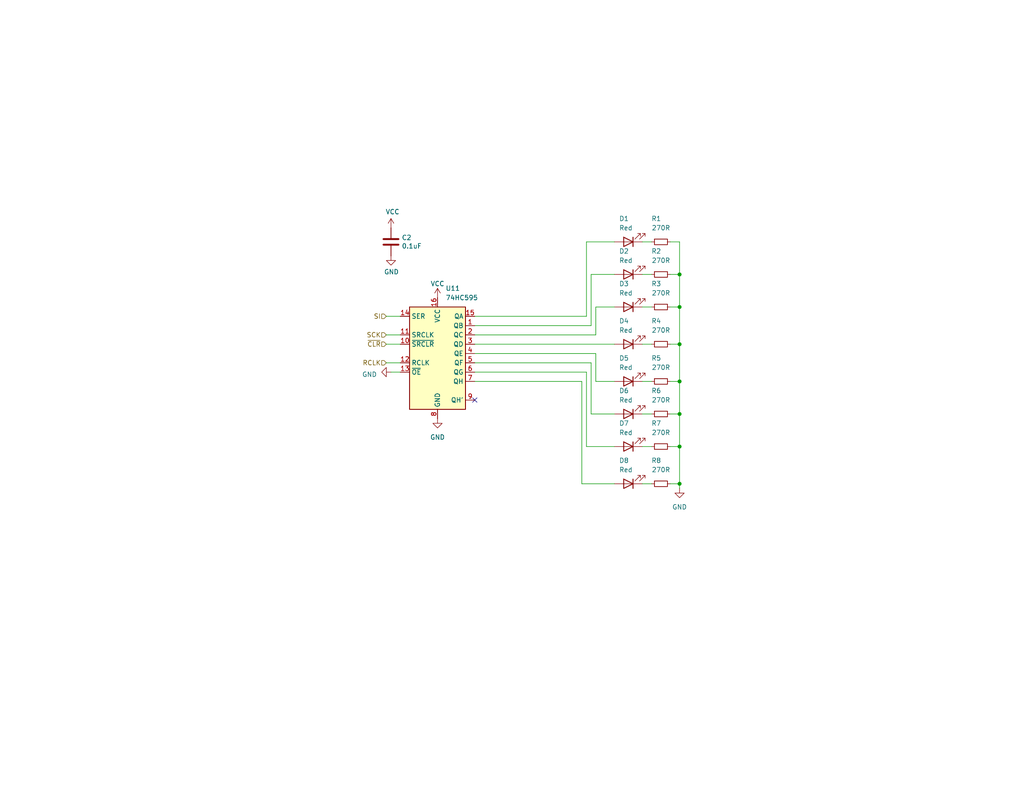
<source format=kicad_sch>
(kicad_sch (version 20230121) (generator eeschema)
  (paper "USLetter")
  (title_block (date "2023-11-27") (rev "A"))
  (lib_symbols
    (symbol "Device:C" (pin_numbers hide) (pin_names (offset 0.254))
      (property "Reference" "C" (at 0.635 2.54 0))
      (property "Value" "C" (at 0.635 -2.54 0))
      (symbol "C_0_1"
        (polyline (pts (xy -2.032 -0.762) (xy 2.032 -0.762)) (stroke (width 0.508)))
        (polyline (pts (xy -2.032 0.762) (xy 2.032 0.762)) (stroke (width 0.508)))
      )
      (symbol "C_1_1"
        (pin passive line (at 0 3.81 270) (length 2.794) (name "~") (number "1"))
        (pin passive line (at 0 -3.81 90) (length 2.794) (name "~") (number "2"))
      )
    )
    (symbol "Device:LED" (pin_numbers hide) (pin_names (offset 1.016) hide)
      (property "Reference" "D" (at 0 2.54 0))
      (property "Value" "LED" (at 0 -2.54 0))
      (symbol "LED_0_1"
        (polyline (pts (xy -1.27 -1.27) (xy -1.27 1.27)) (stroke (width 0.254)))
        (polyline (pts (xy -1.27 0) (xy 1.27 0)))
        (polyline (pts (xy 1.27 -1.27) (xy 1.27 1.27) (xy -1.27 0) (xy 1.27 -1.27)) (stroke (width 0.254)))
        (polyline (pts (xy -3.048 -0.762) (xy -4.572 -2.286) (xy -3.81 -2.286) (xy -4.572 -2.286) (xy -4.572 -1.524)))
        (polyline (pts (xy -1.778 -0.762) (xy -3.302 -2.286) (xy -2.54 -2.286) (xy -3.302 -2.286) (xy -3.302 -1.524)))
      )
      (symbol "LED_1_1"
        (pin passive line (at -3.81 0 0) (length 2.54) (name "K") (number "1"))
        (pin passive line (at 3.81 0 180) (length 2.54) (name "A") (number "2"))
      )
    )
    (symbol "Device:R_Small" (pin_numbers hide) (pin_names (offset 0.254) hide)
      (property "Reference" "R" (at 0.762 0.508 0))
      (property "Value" "R_Small" (at 0.762 -1.016 0))
      (symbol "R_Small_0_1"
        (rectangle (start -0.762 1.778) (end 0.762 -1.778) (stroke (width 0.2032)))
      )
      (symbol "R_Small_1_1"
        (pin passive line (at 0 2.54 270) (length 0.762) (name "~") (number "1"))
        (pin passive line (at 0 -2.54 90) (length 0.762) (name "~") (number "2"))
      )
    )
    (symbol "Turtle16:74HC595"
      (property "Reference" "U" (at -7.62 13.97 0))
      (property "Value" "74HC595" (at -7.62 -16.51 0))
      (symbol "74HC595_1_0"
        (pin tri_state line (at 10.16 7.62 180) (length 2.54) (name "QB") (number "1"))
        (pin input line (at -10.16 2.54 0) (length 2.54) (name "~{SRCLR}") (number "10"))
        (pin input line (at -10.16 5.08 0) (length 2.54) (name "SRCLK") (number "11"))
        (pin input line (at -10.16 -2.54 0) (length 2.54) (name "RCLK") (number "12"))
        (pin input line (at -10.16 -5.08 0) (length 2.54) (name "~{OE}") (number "13"))
        (pin input line (at -10.16 10.16 0) (length 2.54) (name "SER") (number "14"))
        (pin tri_state line (at 10.16 10.16 180) (length 2.54) (name "QA") (number "15"))
        (pin power_in line (at 0 15.24 270) (length 2.54) (name "VCC") (number "16"))
        (pin tri_state line (at 10.16 5.08 180) (length 2.54) (name "QC") (number "2"))
        (pin tri_state line (at 10.16 2.54 180) (length 2.54) (name "QD") (number "3"))
        (pin tri_state line (at 10.16 0 180) (length 2.54) (name "QE") (number "4"))
        (pin tri_state line (at 10.16 -2.54 180) (length 2.54) (name "QF") (number "5"))
        (pin tri_state line (at 10.16 -5.08 180) (length 2.54) (name "QG") (number "6"))
        (pin tri_state line (at 10.16 -7.62 180) (length 2.54) (name "QH") (number "7"))
        (pin power_in line (at 0 -17.78 90) (length 2.54) (name "GND") (number "8"))
        (pin output line (at 10.16 -12.7 180) (length 2.54) (name "QH'") (number "9"))
      )
      (symbol "74HC595_1_1"
        (rectangle (start -7.62 12.7) (end 7.62 -15.24) (stroke (width 0.254)) (fill (type background)))
      )
    )
    (symbol "power:GND" (power) (pin_names (offset 0))
      (property "Value" "GND" (at 0 -3.81 0))
      (symbol "GND_0_1"
        (polyline (pts (xy 0 0) (xy 0 -1.27) (xy 1.27 -1.27) (xy 0 -2.54) (xy -1.27 -1.27) (xy 0 -1.27)))
      )
      (symbol "GND_1_1"
        (pin power_in line (at 0 0 270) (length 0) hide (name "GND") (number "1"))
      )
    )
    (symbol "power:VCC" (power) (pin_names (offset 0))
      (property "Value" "VCC" (at 0 3.81 0))
      (symbol "VCC_0_1"
        (polyline (pts (xy -0.762 1.27) (xy 0 2.54)))
        (polyline (pts (xy 0 0) (xy 0 2.54)))
        (polyline (pts (xy 0 2.54) (xy 0.762 1.27)))
      )
      (symbol "VCC_1_1"
        (pin power_in line (at 0 0 90) (length 0) hide (name "VCC") (number "1"))
      )
    )
  )
  (junction (at 185.42 113.03))
  (junction (at 185.42 74.93))
  (junction (at 185.42 121.92))
  (junction (at 185.42 93.98))
  (junction (at 185.42 104.14))
  (junction (at 185.42 83.82))
  (junction (at 185.42 132.08))
  (no_connect (at 129.54 109.22))
  (wire (pts (xy 160.02 66.04) (xy 160.02 86.36)))
  (wire (pts (xy 185.42 83.82) (xy 185.42 93.98)))
  (wire (pts (xy 105.41 91.44) (xy 109.22 91.44)))
  (wire (pts (xy 182.88 113.03) (xy 185.42 113.03)))
  (wire (pts (xy 185.42 113.03) (xy 185.42 121.92)))
  (wire (pts (xy 185.42 104.14) (xy 185.42 113.03)))
  (wire (pts (xy 175.26 93.98) (xy 177.8 93.98)))
  (wire (pts (xy 161.29 113.03) (xy 167.64 113.03)))
  (wire (pts (xy 162.56 96.52) (xy 162.56 104.14)))
  (wire (pts (xy 175.26 104.14) (xy 177.8 104.14)))
  (wire (pts (xy 161.29 99.06) (xy 161.29 113.03)))
  (wire (pts (xy 182.88 66.04) (xy 185.42 66.04)))
  (wire (pts (xy 158.75 132.08) (xy 167.64 132.08)))
  (wire (pts (xy 160.02 66.04) (xy 167.64 66.04)))
  (wire (pts (xy 106.68 101.6) (xy 109.22 101.6)))
  (wire (pts (xy 160.02 86.36) (xy 129.54 86.36)))
  (wire (pts (xy 129.54 99.06) (xy 161.29 99.06)))
  (wire (pts (xy 105.41 86.36) (xy 109.22 86.36)))
  (wire (pts (xy 160.02 121.92) (xy 167.64 121.92)))
  (wire (pts (xy 185.42 66.04) (xy 185.42 74.93)))
  (wire (pts (xy 182.88 132.08) (xy 185.42 132.08)))
  (wire (pts (xy 105.41 93.98) (xy 109.22 93.98)))
  (wire (pts (xy 167.64 74.93) (xy 161.29 74.93)))
  (wire (pts (xy 129.54 101.6) (xy 160.02 101.6)))
  (wire (pts (xy 185.42 93.98) (xy 185.42 104.14)))
  (wire (pts (xy 175.26 121.92) (xy 177.8 121.92)))
  (wire (pts (xy 160.02 101.6) (xy 160.02 121.92)))
  (wire (pts (xy 105.41 99.06) (xy 109.22 99.06)))
  (wire (pts (xy 167.64 83.82) (xy 162.56 83.82)))
  (wire (pts (xy 175.26 113.03) (xy 177.8 113.03)))
  (wire (pts (xy 175.26 132.08) (xy 177.8 132.08)))
  (wire (pts (xy 162.56 104.14) (xy 167.64 104.14)))
  (wire (pts (xy 182.88 83.82) (xy 185.42 83.82)))
  (wire (pts (xy 129.54 88.9) (xy 161.29 88.9)))
  (wire (pts (xy 185.42 74.93) (xy 185.42 83.82)))
  (wire (pts (xy 129.54 93.98) (xy 167.64 93.98)))
  (wire (pts (xy 182.88 74.93) (xy 185.42 74.93)))
  (wire (pts (xy 129.54 91.44) (xy 162.56 91.44)))
  (wire (pts (xy 129.54 104.14) (xy 158.75 104.14)))
  (wire (pts (xy 175.26 74.93) (xy 177.8 74.93)))
  (wire (pts (xy 158.75 104.14) (xy 158.75 132.08)))
  (wire (pts (xy 185.42 121.92) (xy 185.42 132.08)))
  (wire (pts (xy 162.56 91.44) (xy 162.56 83.82)))
  (wire (pts (xy 129.54 96.52) (xy 162.56 96.52)))
  (wire (pts (xy 182.88 104.14) (xy 185.42 104.14)))
  (wire (pts (xy 175.26 66.04) (xy 177.8 66.04)))
  (wire (pts (xy 161.29 74.93) (xy 161.29 88.9)))
  (wire (pts (xy 182.88 93.98) (xy 185.42 93.98)))
  (wire (pts (xy 175.26 83.82) (xy 177.8 83.82)))
  (wire (pts (xy 182.88 121.92) (xy 185.42 121.92)))
  (wire (pts (xy 185.42 132.08) (xy 185.42 133.35)))
  (hierarchical_label "~{CLR}" (shape input) (at 105.41 93.98 180))
  (hierarchical_label "SCK" (shape input) (at 105.41 91.44 180))
  (hierarchical_label "SI" (shape input) (at 105.41 86.36 180))
  (hierarchical_label "RCLK" (shape input) (at 105.41 99.06 180))
  (symbol (lib_id "Device:LED") (at 171.45 132.08 180) (unit 1)
    (property "Reference" "D8" (at 168.91 125.73 0) (effects (justify right)))
    (property "Value" "Red" (at 168.91 128.27 0) (effects (justify right)))
    (property "Footprint" "LED_SMD:LED_0805_2012Metric" (effects hide))
    (property "Datasheet" "https://www.mouser.com/datasheet/2/216/ap2012serieskb-1173158.pdf" (effects hide))
    (property "Manufacturer" "Kingbright" (effects hide))
    (property "Manufacturer#" "AP2012ID" (effects hide))
    (property "Mouser#" "604-AP2012ID" (effects hide))
    (property "Digikey#" "754-AP2012ECCT-ND" (effects hide))
  )
  (symbol (lib_id "Device:R_Small") (at 180.34 132.08 90) (unit 1)
    (property "Reference" "R8" (at 179.07 125.73 90))
    (property "Value" "270R" (at 180.34 128.27 90))
    (property "Footprint" "Resistor_SMD:R_0603_1608Metric" (effects hide))
    (property "Datasheet" "https://www.mouser.com/datasheet/2/54/cr-1858361.pdf" (effects hide))
    (property "Manufacturer" "Bourns" (effects hide))
    (property "Manufacturer#" "CR0603-FX-2700ELF" (effects hide))
    (property "Mouser#" "652-CR0603FX-2700ELF" (effects hide))
    (property "Digikey#" "CR0603-FX-2700ELFCT-ND" (effects hide))
  )
  (symbol (lib_id "Device:LED") (at 171.45 113.03 180) (unit 1)
    (property "Reference" "D6" (at 168.91 106.68 0) (effects (justify right)))
    (property "Value" "Red" (at 168.91 109.22 0) (effects (justify right)))
    (property "Footprint" "LED_SMD:LED_0805_2012Metric" (effects hide))
    (property "Datasheet" "https://www.mouser.com/datasheet/2/216/ap2012serieskb-1173158.pdf" (effects hide))
    (property "Manufacturer" "Kingbright" (effects hide))
    (property "Manufacturer#" "AP2012ID" (effects hide))
    (property "Mouser#" "604-AP2012ID" (effects hide))
    (property "Digikey#" "754-AP2012ECCT-ND" (effects hide))
  )
  (symbol (lib_id "power:GND") (at 185.42 133.35 0) (unit 1)
    (property "Reference" "#PWR015" (effects hide))
    (property "Value" "GND" (at 185.42 138.43 0))
  )
  (symbol (lib_id "Device:R_Small") (at 180.34 74.93 90) (unit 1)
    (property "Reference" "R2" (at 179.07 68.58 90))
    (property "Value" "270R" (at 180.34 71.12 90))
    (property "Footprint" "Resistor_SMD:R_0603_1608Metric" (effects hide))
    (property "Datasheet" "https://www.mouser.com/datasheet/2/54/cr-1858361.pdf" (effects hide))
    (property "Manufacturer" "Bourns" (effects hide))
    (property "Manufacturer#" "CR0603-FX-2700ELF" (effects hide))
    (property "Mouser#" "652-CR0603FX-2700ELF" (effects hide))
    (property "Digikey#" "CR0603-FX-2700ELFCT-ND" (effects hide))
  )
  (symbol (lib_id "power:VCC") (at 106.68 62.23 0) (unit 1)
    (property "Reference" "#PWR010" (effects hide))
    (property "Value" "VCC" (at 107.1118 57.8358 0))
    (instances (project "ProcessorBoardTestFixture" (path "" (reference "#PWR010") (unit 1))) (project "Memory" (path "" (reference "#PWR0381") (unit 1))))
  )
  (symbol (lib_id "Device:R_Small") (at 180.34 93.98 90) (unit 1)
    (property "Reference" "R4" (at 179.07 87.63 90))
    (property "Value" "270R" (at 180.34 90.17 90))
    (property "Footprint" "Resistor_SMD:R_0603_1608Metric" (effects hide))
    (property "Datasheet" "https://www.mouser.com/datasheet/2/54/cr-1858361.pdf" (effects hide))
    (property "Manufacturer" "Bourns" (effects hide))
    (property "Manufacturer#" "CR0603-FX-2700ELF" (effects hide))
    (property "Mouser#" "652-CR0603FX-2700ELF" (effects hide))
    (property "Digikey#" "CR0603-FX-2700ELFCT-ND" (effects hide))
  )
  (symbol (lib_id "Device:R_Small") (at 180.34 66.04 90) (unit 1)
    (property "Reference" "R1" (at 179.07 59.69 90))
    (property "Value" "270R" (at 180.34 62.23 90))
    (property "Footprint" "Resistor_SMD:R_0603_1608Metric" (effects hide))
    (property "Datasheet" "https://www.mouser.com/datasheet/2/54/cr-1858361.pdf" (effects hide))
    (property "Manufacturer" "Bourns" (effects hide))
    (property "Manufacturer#" "CR0603-FX-2700ELF" (effects hide))
    (property "Mouser#" "652-CR0603FX-2700ELF" (effects hide))
    (property "Digikey#" "CR0603-FX-2700ELFCT-ND" (effects hide))
  )
  (symbol (lib_id "Device:LED") (at 171.45 93.98 180) (unit 1)
    (property "Reference" "D4" (at 168.91 87.63 0) (effects (justify right)))
    (property "Value" "Red" (at 168.91 90.17 0) (effects (justify right)))
    (property "Footprint" "LED_SMD:LED_0805_2012Metric" (effects hide))
    (property "Datasheet" "https://www.mouser.com/datasheet/2/216/ap2012serieskb-1173158.pdf" (effects hide))
    (property "Manufacturer" "Kingbright" (effects hide))
    (property "Manufacturer#" "AP2012ID" (effects hide))
    (property "Mouser#" "604-AP2012ID" (effects hide))
    (property "Digikey#" "754-AP2012ECCT-ND" (effects hide))
  )
  (symbol (lib_id "Device:LED") (at 171.45 104.14 180) (unit 1)
    (property "Reference" "D5" (at 168.91 97.79 0) (effects (justify right)))
    (property "Value" "Red" (at 168.91 100.33 0) (effects (justify right)))
    (property "Footprint" "LED_SMD:LED_0805_2012Metric" (effects hide))
    (property "Datasheet" "https://www.mouser.com/datasheet/2/216/ap2012serieskb-1173158.pdf" (effects hide))
    (property "Manufacturer" "Kingbright" (effects hide))
    (property "Manufacturer#" "AP2012ID" (effects hide))
    (property "Mouser#" "604-AP2012ID" (effects hide))
    (property "Digikey#" "754-AP2012ECCT-ND" (effects hide))
  )
  (symbol (lib_id "Device:LED") (at 171.45 74.93 180) (unit 1)
    (property "Reference" "D2" (at 168.91 68.58 0) (effects (justify right)))
    (property "Value" "Red" (at 168.91 71.12 0) (effects (justify right)))
    (property "Footprint" "LED_SMD:LED_0805_2012Metric" (effects hide))
    (property "Datasheet" "https://www.mouser.com/datasheet/2/216/ap2012serieskb-1173158.pdf" (effects hide))
    (property "Manufacturer" "Kingbright" (effects hide))
    (property "Manufacturer#" "AP2012ID" (effects hide))
    (property "Mouser#" "604-AP2012ID" (effects hide))
    (property "Digikey#" "754-AP2012ECCT-ND" (effects hide))
  )
  (symbol (lib_id "Device:R_Small") (at 180.34 83.82 90) (unit 1)
    (property "Reference" "R3" (at 179.07 77.47 90))
    (property "Value" "270R" (at 180.34 80.01 90))
    (property "Footprint" "Resistor_SMD:R_0603_1608Metric" (effects hide))
    (property "Datasheet" "https://www.mouser.com/datasheet/2/54/cr-1858361.pdf" (effects hide))
    (property "Manufacturer" "Bourns" (effects hide))
    (property "Manufacturer#" "CR0603-FX-2700ELF" (effects hide))
    (property "Mouser#" "652-CR0603FX-2700ELF" (effects hide))
    (property "Digikey#" "CR0603-FX-2700ELFCT-ND" (effects hide))
  )
  (symbol (lib_id "Device:LED") (at 171.45 121.92 180) (unit 1)
    (property "Reference" "D7" (at 168.91 115.57 0) (effects (justify right)))
    (property "Value" "Red" (at 168.91 118.11 0) (effects (justify right)))
    (property "Footprint" "LED_SMD:LED_0805_2012Metric" (effects hide))
    (property "Datasheet" "https://www.mouser.com/datasheet/2/216/ap2012serieskb-1173158.pdf" (effects hide))
    (property "Manufacturer" "Kingbright" (effects hide))
    (property "Manufacturer#" "AP2012ID" (effects hide))
    (property "Mouser#" "604-AP2012ID" (effects hide))
    (property "Digikey#" "754-AP2012ECCT-ND" (effects hide))
  )
  (symbol (lib_id "Device:R_Small") (at 180.34 113.03 90) (unit 1)
    (property "Reference" "R6" (at 179.07 106.68 90))
    (property "Value" "270R" (at 180.34 109.22 90))
    (property "Footprint" "Resistor_SMD:R_0603_1608Metric" (effects hide))
    (property "Datasheet" "https://www.mouser.com/datasheet/2/54/cr-1858361.pdf" (effects hide))
    (property "Manufacturer" "Bourns" (effects hide))
    (property "Manufacturer#" "CR0603-FX-2700ELF" (effects hide))
    (property "Mouser#" "652-CR0603FX-2700ELF" (effects hide))
    (property "Digikey#" "CR0603-FX-2700ELFCT-ND" (effects hide))
  )
  (symbol (lib_id "power:GND") (at 119.38 114.3 0) (unit 1)
    (property "Reference" "#PWR014" (effects hide))
    (property "Value" "GND" (at 119.38 119.38 0))
  )
  (symbol (lib_id "power:VCC") (at 119.38 81.28 0) (unit 1)
    (property "Reference" "#PWR013" (effects hide))
    (property "Value" "VCC" (at 119.38 77.47 0))
  )
  (symbol (lib_id "Device:C") (at 106.68 66.04 0) (unit 1)
    (property "Reference" "C2" (at 109.601 64.8716 0) (effects (justify left)))
    (property "Value" "0.1uF" (at 109.601 67.183 0) (effects (justify left)))
    (property "Footprint" "Capacitor_SMD:C_0603_1608Metric" (effects hide))
    (property "Datasheet" "https://www.mouser.com/datasheet/2/396/taiyo_yuden_12132018_mlcc11_hq_e-1510082.pdf" (effects hide))
    (property "Manufacturer" "Taiyo Yuden" (effects hide))
    (property "Manufacturer#" "EMK107B7104KAHT" (effects hide))
    (property "Mouser#" "963-EMK107B7104KAHT" (effects hide))
    (property "Digikey#" "587-6004-1-ND" (effects hide))
    (instances (project "ProcessorBoardTestFixture" (path "" (reference "C2") (unit 1))) (project "Memory" (path "" (reference "C65") (unit 1))))
  )
  (symbol (lib_id "Device:LED") (at 171.45 66.04 180) (unit 1)
    (property "Reference" "D1" (at 168.91 59.69 0) (effects (justify right)))
    (property "Value" "Red" (at 168.91 62.23 0) (effects (justify right)))
    (property "Footprint" "LED_SMD:LED_0805_2012Metric" (effects hide))
    (property "Datasheet" "https://www.mouser.com/datasheet/2/216/ap2012serieskb-1173158.pdf" (effects hide))
    (property "Manufacturer" "Kingbright" (effects hide))
    (property "Manufacturer#" "AP2012ID" (effects hide))
    (property "Mouser#" "604-AP2012ID" (effects hide))
    (property "Digikey#" "754-AP2012ECCT-ND" (effects hide))
  )
  (symbol (lib_id "Turtle16:74HC595") (at 119.38 96.52 0) (unit 1)
    (property "Reference" "U11" (at 121.5741 78.74 0) (effects (justify left)))
    (property "Value" "74HC595" (at 121.5741 81.28 0) (effects (justify left)))
    (property "Footprint" "Package_SO:TSSOP-16_4.4x5mm_P0.65mm" (effects hide))
    (property "Datasheet" "https://www.mouser.com/datasheet/2/916/74HC_HCT595_Q100-2937391.pdf" (effects hide))
    (property "Manufacturer" "Nexperia" (effects hide))
    (property "Manufacturer#" "74HC595PW-Q100,118" (effects hide))
    (property "Mouser#" "771-74HC595PW-Q100" (effects hide))
    (property "Digikey#" "1727-1012-1-ND" (effects hide))
    (instances (project "ProcessorBoardTestFixture" (path "" (reference "U11") (unit 1)) (path "" (reference "U3") (unit 1)) (path "" (reference "U10") (unit 1))))
  )
  (symbol (lib_id "power:GND") (at 106.68 101.6 270) (unit 1)
    (property "Reference" "#PWR012" (effects hide))
    (property "Value" "GND" (at 102.87 102.235 90) (effects (justify right)))
  )
  (symbol (lib_id "power:GND") (at 106.68 69.85 0) (unit 1)
    (property "Reference" "#PWR011" (effects hide))
    (property "Value" "GND" (at 106.807 74.2442 0))
    (instances (project "ProcessorBoardTestFixture" (path "" (reference "#PWR011") (unit 1))) (project "Memory" (path "" (reference "#PWR0382") (unit 1))))
  )
  (symbol (lib_id "Device:R_Small") (at 180.34 104.14 90) (unit 1)
    (property "Reference" "R5" (at 179.07 97.79 90))
    (property "Value" "270R" (at 180.34 100.33 90))
    (property "Footprint" "Resistor_SMD:R_0603_1608Metric" (effects hide))
    (property "Datasheet" "https://www.mouser.com/datasheet/2/54/cr-1858361.pdf" (effects hide))
    (property "Manufacturer" "Bourns" (effects hide))
    (property "Manufacturer#" "CR0603-FX-2700ELF" (effects hide))
    (property "Mouser#" "652-CR0603FX-2700ELF" (effects hide))
    (property "Digikey#" "CR0603-FX-2700ELFCT-ND" (effects hide))
  )
  (symbol (lib_id "Device:LED") (at 171.45 83.82 180) (unit 1)
    (property "Reference" "D3" (at 168.91 77.47 0) (effects (justify right)))
    (property "Value" "Red" (at 168.91 80.01 0) (effects (justify right)))
    (property "Footprint" "LED_SMD:LED_0805_2012Metric" (effects hide))
    (property "Datasheet" "https://www.mouser.com/datasheet/2/216/ap2012serieskb-1173158.pdf" (effects hide))
    (property "Manufacturer" "Kingbright" (effects hide))
    (property "Manufacturer#" "AP2012ID" (effects hide))
    (property "Mouser#" "604-AP2012ID" (effects hide))
    (property "Digikey#" "754-AP2012ECCT-ND" (effects hide))
  )
  (symbol (lib_id "Device:R_Small") (at 180.34 121.92 90) (unit 1)
    (property "Reference" "R7" (at 179.07 115.57 90))
    (property "Value" "270R" (at 180.34 118.11 90))
    (property "Footprint" "Resistor_SMD:R_0603_1608Metric" (effects hide))
    (property "Datasheet" "https://www.mouser.com/datasheet/2/54/cr-1858361.pdf" (effects hide))
    (property "Manufacturer" "Bourns" (effects hide))
    (property "Manufacturer#" "CR0603-FX-2700ELF" (effects hide))
    (property "Mouser#" "652-CR0603FX-2700ELF" (effects hide))
    (property "Digikey#" "CR0603-FX-2700ELFCT-ND" (effects hide))
  )
)
</source>
